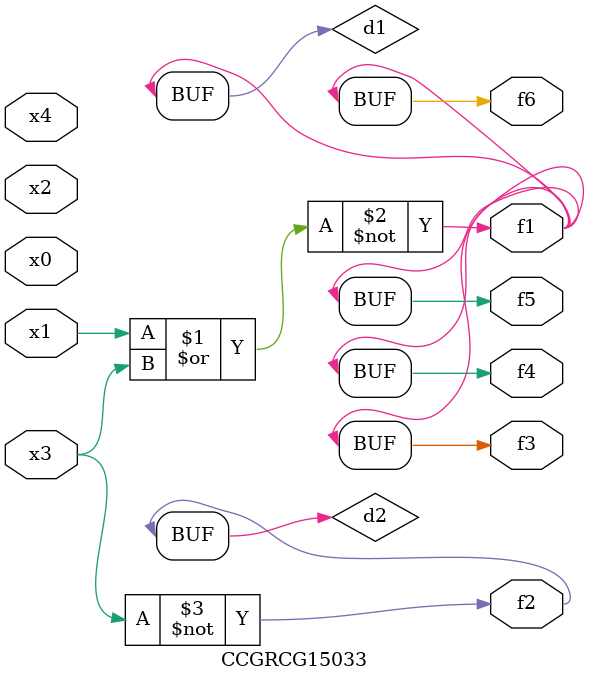
<source format=v>
module CCGRCG15033(
	input x0, x1, x2, x3, x4,
	output f1, f2, f3, f4, f5, f6
);

	wire d1, d2;

	nor (d1, x1, x3);
	not (d2, x3);
	assign f1 = d1;
	assign f2 = d2;
	assign f3 = d1;
	assign f4 = d1;
	assign f5 = d1;
	assign f6 = d1;
endmodule

</source>
